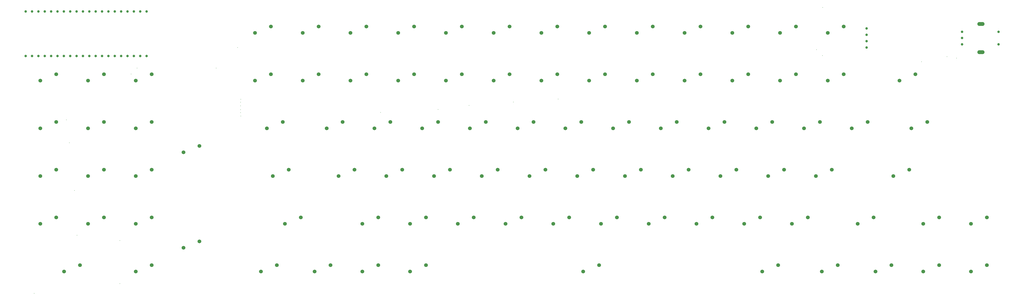
<source format=gbr>
%TF.GenerationSoftware,KiCad,Pcbnew,8.0.8*%
%TF.CreationDate,2025-04-09T15:44:08-07:00*%
%TF.ProjectId,hackboard,6861636b-626f-4617-9264-2e6b69636164,rev?*%
%TF.SameCoordinates,Original*%
%TF.FileFunction,Plated,1,2,PTH,Mixed*%
%TF.FilePolarity,Positive*%
%FSLAX46Y46*%
G04 Gerber Fmt 4.6, Leading zero omitted, Abs format (unit mm)*
G04 Created by KiCad (PCBNEW 8.0.8) date 2025-04-09 15:44:08*
%MOMM*%
%LPD*%
G01*
G04 APERTURE LIST*
%TA.AperFunction,ViaDrill*%
%ADD10C,0.300000*%
%TD*%
%TA.AperFunction,ComponentDrill*%
%ADD11C,1.000000*%
%TD*%
%TA.AperFunction,ComponentDrill*%
%ADD12C,1.500000*%
%TD*%
G04 aperture for slot hole*
%TA.AperFunction,ComponentDrill*%
%ADD13C,1.500000*%
%TD*%
G04 APERTURE END LIST*
D10*
X79596875Y-191118750D03*
X92450000Y-121820000D03*
X93670000Y-130968750D03*
X95646875Y-150018750D03*
X96670000Y-167880000D03*
X113750000Y-170020000D03*
X113771875Y-187193750D03*
X118291562Y-103561562D03*
X120650000Y-101203125D03*
X152230000Y-101200000D03*
X160780000Y-92920000D03*
X161920000Y-116240000D03*
X161960000Y-118910000D03*
X161990000Y-117760000D03*
X162000000Y-114770000D03*
X162010000Y-120300000D03*
X162070000Y-113600000D03*
X217830313Y-118849687D03*
X240744375Y-117660000D03*
X253160313Y-116079687D03*
X270870312Y-114739688D03*
X288735312Y-113554688D03*
X391840000Y-93790000D03*
X394200000Y-96170000D03*
X394320000Y-76990000D03*
X433770000Y-98590000D03*
X443880000Y-96560000D03*
X447680000Y-97180000D03*
D11*
%TO.C,U1*%
X76180000Y-78550000D03*
X76180000Y-96330000D03*
X78720000Y-78550000D03*
X78720000Y-96330000D03*
X81260000Y-78550000D03*
X81260000Y-96330000D03*
X83800000Y-78550000D03*
X83800000Y-96330000D03*
X86340000Y-78550000D03*
X86340000Y-96330000D03*
X88880000Y-78550000D03*
X88880000Y-96330000D03*
X91420000Y-78550000D03*
X91420000Y-96330000D03*
X93960000Y-78550000D03*
X93960000Y-96330000D03*
X96500000Y-78550000D03*
X96500000Y-96330000D03*
X99040000Y-78550000D03*
X99040000Y-96330000D03*
X101580000Y-78550000D03*
X101580000Y-96330000D03*
X104120000Y-78550000D03*
X104120000Y-96330000D03*
X106660000Y-78550000D03*
X106660000Y-96330000D03*
X109200000Y-78550000D03*
X109200000Y-96330000D03*
X111740000Y-78550000D03*
X111740000Y-96330000D03*
X114280000Y-78550000D03*
X114280000Y-96330000D03*
X116820000Y-78550000D03*
X116820000Y-96330000D03*
X119360000Y-78550000D03*
X119360000Y-96330000D03*
X121900000Y-78550000D03*
X121900000Y-96330000D03*
X124440000Y-78550000D03*
X124440000Y-96330000D03*
%TO.C,Brd1*%
X411803750Y-85371875D03*
X411803750Y-87911875D03*
X411803750Y-90451875D03*
X411803750Y-92991875D03*
%TO.C,SW1*%
X449950000Y-86678125D03*
X449950000Y-89178125D03*
X449950000Y-91678125D03*
X464450000Y-86678125D03*
X464450000Y-91678125D03*
D12*
%TO.C,SW2*%
X81994375Y-106203750D03*
%TO.C,SW33*%
X81994375Y-125253750D03*
%TO.C,SW65*%
X81994375Y-144303750D03*
%TO.C,SW66*%
X81994375Y-163353750D03*
%TO.C,SW2*%
X88344375Y-103663750D03*
%TO.C,SW33*%
X88344375Y-122713750D03*
%TO.C,SW65*%
X88344375Y-141763750D03*
%TO.C,SW66*%
X88344375Y-160813750D03*
%TO.C,SW81*%
X91519375Y-182403750D03*
X97869375Y-179863750D03*
%TO.C,SW3*%
X101044375Y-106203750D03*
%TO.C,SW34*%
X101044375Y-125253750D03*
%TO.C,SW49*%
X101044375Y-144303750D03*
%TO.C,SW67*%
X101044375Y-163353750D03*
%TO.C,SW3*%
X107394375Y-103663750D03*
%TO.C,SW34*%
X107394375Y-122713750D03*
%TO.C,SW49*%
X107394375Y-141763750D03*
%TO.C,SW67*%
X107394375Y-160813750D03*
%TO.C,SW17*%
X120094375Y-106203750D03*
%TO.C,SW18*%
X120094375Y-125253750D03*
%TO.C,SW50*%
X120094375Y-144303750D03*
%TO.C,SW82*%
X120094375Y-163353750D03*
%TO.C,SW83*%
X120094375Y-182403750D03*
%TO.C,SW17*%
X126444375Y-103663750D03*
%TO.C,SW18*%
X126444375Y-122713750D03*
%TO.C,SW50*%
X126444375Y-141763750D03*
%TO.C,SW82*%
X126444375Y-160813750D03*
%TO.C,SW83*%
X126444375Y-179863750D03*
%TO.C,SW51*%
X139144375Y-134778750D03*
%TO.C,SW84*%
X139144375Y-172878750D03*
%TO.C,SW51*%
X145494375Y-132238750D03*
%TO.C,SW84*%
X145494375Y-170338750D03*
%TO.C,SW4*%
X167719375Y-87153750D03*
%TO.C,SW19*%
X167719375Y-106203750D03*
%TO.C,SW85*%
X170100625Y-182403750D03*
%TO.C,SW35*%
X172481875Y-125253750D03*
%TO.C,SW4*%
X174069375Y-84613750D03*
%TO.C,SW19*%
X174069375Y-103663750D03*
%TO.C,SW52*%
X174863125Y-144303750D03*
%TO.C,SW85*%
X176450625Y-179863750D03*
%TO.C,SW35*%
X178831875Y-122713750D03*
%TO.C,SW68*%
X179625625Y-163353750D03*
%TO.C,SW52*%
X181213125Y-141763750D03*
%TO.C,SW68*%
X185975625Y-160813750D03*
%TO.C,SW5*%
X186769375Y-87153750D03*
%TO.C,SW20*%
X186769375Y-106203750D03*
%TO.C,SW86*%
X191531875Y-182403750D03*
%TO.C,SW5*%
X193119375Y-84613750D03*
%TO.C,SW20*%
X193119375Y-103663750D03*
%TO.C,SW36*%
X196294375Y-125253750D03*
%TO.C,SW86*%
X197881875Y-179863750D03*
%TO.C,SW53*%
X201056875Y-144303750D03*
%TO.C,SW36*%
X202644375Y-122713750D03*
%TO.C,SW6*%
X205819375Y-87153750D03*
%TO.C,SW21*%
X205819375Y-106203750D03*
%TO.C,SW53*%
X207406875Y-141763750D03*
%TO.C,SW69*%
X210581875Y-163353750D03*
%TO.C,SW87*%
X210581875Y-182403750D03*
%TO.C,SW6*%
X212169375Y-84613750D03*
%TO.C,SW21*%
X212169375Y-103663750D03*
%TO.C,SW37*%
X215344375Y-125253750D03*
%TO.C,SW69*%
X216931875Y-160813750D03*
%TO.C,SW87*%
X216931875Y-179863750D03*
%TO.C,SW54*%
X220106875Y-144303750D03*
%TO.C,SW37*%
X221694375Y-122713750D03*
%TO.C,SW7*%
X224869375Y-87153750D03*
%TO.C,SW22*%
X224869375Y-106203750D03*
%TO.C,SW54*%
X226456875Y-141763750D03*
%TO.C,SW70*%
X229631875Y-163353750D03*
%TO.C,SW88*%
X229631875Y-182403750D03*
%TO.C,SW7*%
X231219375Y-84613750D03*
%TO.C,SW22*%
X231219375Y-103663750D03*
%TO.C,SW38*%
X234394375Y-125253750D03*
%TO.C,SW70*%
X235981875Y-160813750D03*
%TO.C,SW88*%
X235981875Y-179863750D03*
%TO.C,SW55*%
X239156875Y-144303750D03*
%TO.C,SW38*%
X240744375Y-122713750D03*
%TO.C,SW8*%
X243919375Y-87153750D03*
%TO.C,SW23*%
X243919375Y-106203750D03*
%TO.C,SW55*%
X245506875Y-141763750D03*
%TO.C,SW71*%
X248681875Y-163353750D03*
%TO.C,SW8*%
X250269375Y-84613750D03*
%TO.C,SW23*%
X250269375Y-103663750D03*
%TO.C,SW39*%
X253444375Y-125253750D03*
%TO.C,SW71*%
X255031875Y-160813750D03*
%TO.C,SW56*%
X258206875Y-144303750D03*
%TO.C,SW39*%
X259794375Y-122713750D03*
%TO.C,SW9*%
X262969375Y-87153750D03*
%TO.C,SW24*%
X262969375Y-106203750D03*
%TO.C,SW56*%
X264556875Y-141763750D03*
%TO.C,SW72*%
X267731875Y-163353750D03*
%TO.C,SW9*%
X269319375Y-84613750D03*
%TO.C,SW24*%
X269319375Y-103663750D03*
%TO.C,SW40*%
X272494375Y-125253750D03*
%TO.C,SW72*%
X274081875Y-160813750D03*
%TO.C,SW57*%
X277256875Y-144303750D03*
%TO.C,SW40*%
X278844375Y-122713750D03*
%TO.C,SW10*%
X282019375Y-87153750D03*
%TO.C,SW25*%
X282019375Y-106203750D03*
%TO.C,SW57*%
X283606875Y-141763750D03*
%TO.C,SW73*%
X286781875Y-163353750D03*
%TO.C,SW10*%
X288369375Y-84613750D03*
%TO.C,SW25*%
X288369375Y-103663750D03*
%TO.C,SW41*%
X291544375Y-125253750D03*
%TO.C,SW73*%
X293131875Y-160813750D03*
%TO.C,SW58*%
X296306875Y-144303750D03*
%TO.C,SW41*%
X297894375Y-122713750D03*
%TO.C,SW89*%
X298688125Y-182403750D03*
%TO.C,SW11*%
X301069375Y-87153750D03*
%TO.C,SW26*%
X301069375Y-106203750D03*
%TO.C,SW58*%
X302656875Y-141763750D03*
%TO.C,SW89*%
X305038125Y-179863750D03*
%TO.C,SW74*%
X305831875Y-163353750D03*
%TO.C,SW11*%
X307419375Y-84613750D03*
%TO.C,SW26*%
X307419375Y-103663750D03*
%TO.C,SW42*%
X310594375Y-125253750D03*
%TO.C,SW74*%
X312181875Y-160813750D03*
%TO.C,SW59*%
X315356875Y-144303750D03*
%TO.C,SW42*%
X316944375Y-122713750D03*
%TO.C,SW12*%
X320119375Y-87153750D03*
%TO.C,SW27*%
X320119375Y-106203750D03*
%TO.C,SW59*%
X321706875Y-141763750D03*
%TO.C,SW75*%
X324881875Y-163353750D03*
%TO.C,SW12*%
X326469375Y-84613750D03*
%TO.C,SW27*%
X326469375Y-103663750D03*
%TO.C,SW43*%
X329644375Y-125253750D03*
%TO.C,SW75*%
X331231875Y-160813750D03*
%TO.C,SW60*%
X334406875Y-144303750D03*
%TO.C,SW43*%
X335994375Y-122713750D03*
%TO.C,SW13*%
X339169375Y-87153750D03*
%TO.C,SW28*%
X339169375Y-106203750D03*
%TO.C,SW60*%
X340756875Y-141763750D03*
%TO.C,SW76*%
X343931875Y-163353750D03*
%TO.C,SW13*%
X345519375Y-84613750D03*
%TO.C,SW28*%
X345519375Y-103663750D03*
%TO.C,SW44*%
X348694375Y-125253750D03*
%TO.C,SW76*%
X350281875Y-160813750D03*
%TO.C,SW61*%
X353456875Y-144303750D03*
%TO.C,SW44*%
X355044375Y-122713750D03*
%TO.C,SW14*%
X358219375Y-87153750D03*
%TO.C,SW29*%
X358219375Y-106203750D03*
%TO.C,SW61*%
X359806875Y-141763750D03*
%TO.C,SW77*%
X362981875Y-163353750D03*
%TO.C,SW14*%
X364569375Y-84613750D03*
%TO.C,SW29*%
X364569375Y-103663750D03*
%TO.C,SW45*%
X367744375Y-125253750D03*
%TO.C,SW77*%
X369331875Y-160813750D03*
%TO.C,SW90*%
X370125625Y-182403750D03*
%TO.C,SW62*%
X372506875Y-144303750D03*
%TO.C,SW45*%
X374094375Y-122713750D03*
%TO.C,SW90*%
X376475625Y-179863750D03*
%TO.C,SW15*%
X377269375Y-87153750D03*
%TO.C,SW30*%
X377269375Y-106203750D03*
%TO.C,SW62*%
X378856875Y-141763750D03*
%TO.C,SW78*%
X382031875Y-163353750D03*
%TO.C,SW15*%
X383619375Y-84613750D03*
%TO.C,SW30*%
X383619375Y-103663750D03*
%TO.C,SW46*%
X386794375Y-125253750D03*
%TO.C,SW78*%
X388381875Y-160813750D03*
%TO.C,SW63*%
X391556875Y-144303750D03*
%TO.C,SW46*%
X393144375Y-122713750D03*
%TO.C,SW91*%
X393938125Y-182403750D03*
%TO.C,SW16*%
X396319370Y-87153750D03*
%TO.C,SW31*%
X396319375Y-106203750D03*
%TO.C,SW63*%
X397906875Y-141763750D03*
%TO.C,SW91*%
X400288125Y-179863750D03*
%TO.C,SW16*%
X402669370Y-84613750D03*
%TO.C,SW31*%
X402669375Y-103663750D03*
%TO.C,SW47*%
X405844375Y-125253750D03*
%TO.C,SW79*%
X408225625Y-163353750D03*
%TO.C,SW47*%
X412194375Y-122713750D03*
%TO.C,SW79*%
X414575625Y-160813750D03*
%TO.C,SW92*%
X415369375Y-182403750D03*
X421719375Y-179863750D03*
%TO.C,SW64*%
X422513125Y-144303750D03*
%TO.C,SW32*%
X424894375Y-106203750D03*
%TO.C,SW64*%
X428863125Y-141763750D03*
%TO.C,SW48*%
X429656875Y-125253750D03*
%TO.C,SW32*%
X431244375Y-103663750D03*
%TO.C,SW80*%
X434419375Y-163353750D03*
%TO.C,SW93*%
X434419375Y-182403750D03*
%TO.C,SW48*%
X436006875Y-122713750D03*
%TO.C,SW80*%
X440769375Y-160813750D03*
%TO.C,SW93*%
X440769375Y-179863750D03*
%TO.C,SW95*%
X453469375Y-163353750D03*
%TO.C,SW94*%
X453469375Y-182403750D03*
D13*
%TO.C,SW1*%
X458100000Y-83578125D02*
X456800000Y-83578125D01*
X458100000Y-94778125D02*
X456800000Y-94778125D01*
D12*
%TO.C,SW95*%
X459819375Y-160813750D03*
%TO.C,SW94*%
X459819375Y-179863750D03*
M02*

</source>
